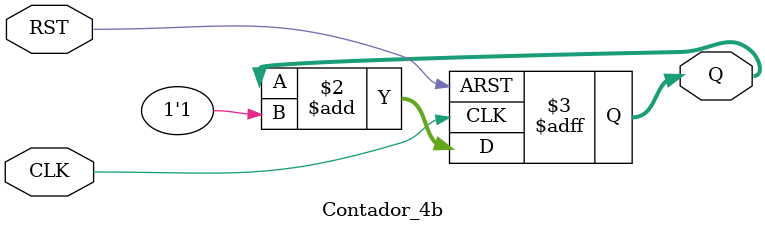
<source format=v>
`timescale 1ns / 1ps


module Contador_4b(CLK, RST, Q
    );
    input CLK, RST;
    output reg [3:0] Q;
    
    always @(posedge CLK or posedge RST)
        if (RST)
            Q <= 3'b0;
        else 
            Q <= Q + 1'b1;
endmodule
</source>
